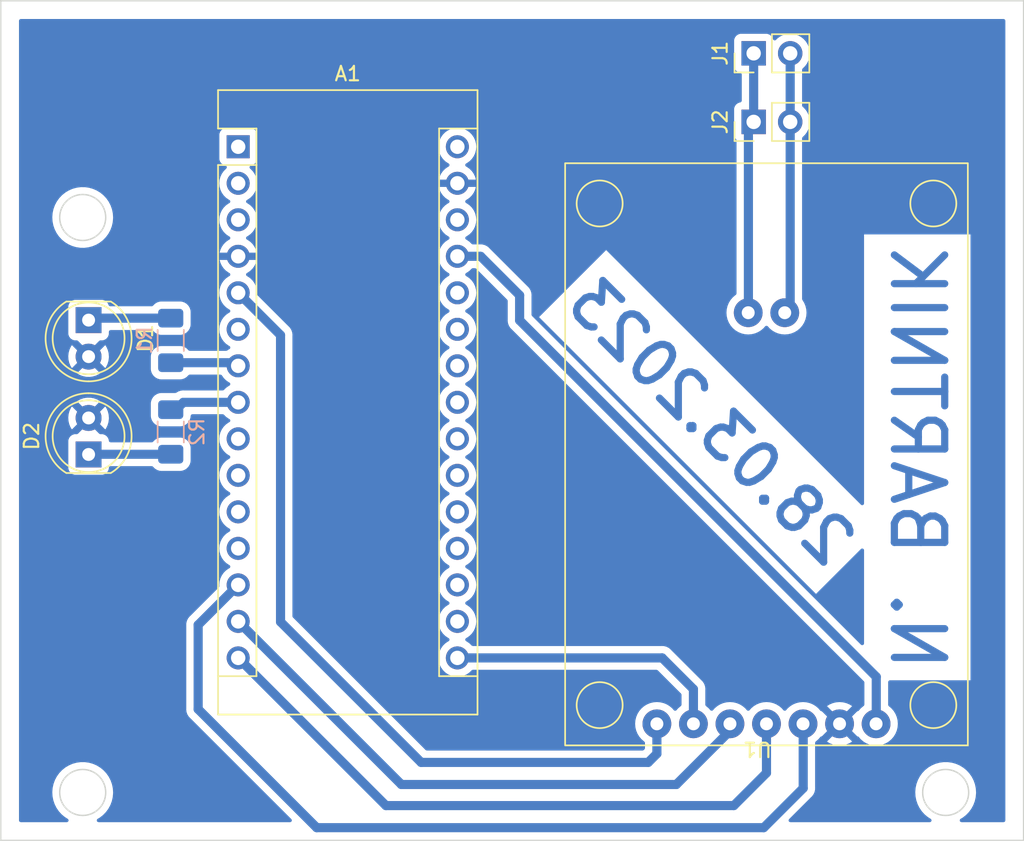
<source format=kicad_pcb>
(kicad_pcb (version 20211014) (generator pcbnew)
  (layers (0 "F.Cu" signal) (31 "B.Cu" signal) (34 "B.Paste" user) (35 "F.Paste" user) (36 "B.SilkS" user "B.Silkscreen") (37 "F.SilkS" user "F.Silkscreen") (38 "B.Mask" user) (39 "F.Mask" user) (44 "Edge.Cuts" user))
  (net 0 "")
  (net 4 "GND")
  (net 5 "INT")
  (net 7 "Net-(A1-Pad7)")
  (net 8 "Net-(A1-Pad8)")
  (net 13 "CS")
  (net 14 "SI")
  (net 15 "SD")
  (net 16 "SCK")
  (net 27 "VCC")
  (net 30 "Net-(D1-Pad1)")
  (net 31 "Net-(D2-Pad1)")
  (net 32 "Net-(J1-Pad1)")
  (net 33 "Net-(J1-Pad2)")
  (footprint "LED_THT:LED_D5.0mm" (layer "F.Cu") (at 120.409436 89.986584 90)
    (fp_text reference "D2" (at 1.27 -3.96 90) (layer "F.SilkS"))
    (fp_text value "LED")
    (fp_line (start -1.29 -1.545) (end -1.29 1.545) (layer "F.SilkS") (width 0.12))
    (fp_arc (start 4.26 -0.000462) (mid 2.072002 2.880433) (end -1.29 1.54483) (layer "F.SilkS") (width 0.12))
    (fp_arc (start -1.29 -1.54483) (mid 2.072002 -2.880433) (end 4.26 0.000462) (layer "F.SilkS") (width 0.12))
    (fp_circle (center 1.27 0) (end 3.77 0) (layer "F.SilkS") (width 0.12) (fill none))
    (pad "1" thru_hole rect (at 0 0 90) (size 1.8 1.8) (drill 0.9) (layers *.Cu *.Mask) (net 31 "Net-(D2-Pad1)"))
    (pad "2" thru_hole circle (at 2.54 0 90) (size 1.8 1.8) (drill 0.9) (layers *.Cu *.Mask) (net 4 "GND"))
  )
  (footprint "Connector_PinHeader_2.54mm:PinHeader_1x02_P2.54mm_Vertical" (layer "F.Cu") (at 166.65 66.85 90)
    (fp_text reference "J2" (at 0 -2.33 90) (layer "F.SilkS"))
    (fp_text value "CAN2")
    (fp_line (start -1.33 3.87) (end 1.33 3.87) (layer "F.SilkS") (width 0.12))
    (fp_line (start -1.33 0) (end -1.33 -1.33) (layer "F.SilkS") (width 0.12))
    (fp_line (start -1.33 1.27) (end 1.33 1.27) (layer "F.SilkS") (width 0.12))
    (fp_line (start 1.33 1.27) (end 1.33 3.87) (layer "F.SilkS") (width 0.12))
    (fp_line (start -1.33 1.27) (end -1.33 3.87) (layer "F.SilkS") (width 0.12))
    (fp_line (start -1.33 -1.33) (end 0 -1.33) (layer "F.SilkS") (width 0.12))
    (pad "1" thru_hole rect (at 0 0 90) (size 1.7 1.7) (drill 1) (layers *.Cu *.Mask) (net 32 "Net-(J1-Pad1)"))
    (pad "2" thru_hole oval (at 0 2.54 90) (size 1.7 1.7) (drill 1) (layers *.Cu *.Mask) (net 33 "Net-(J1-Pad2)"))
  )
  (footprint "Module:Arduino_Nano" (layer "F.Cu") (at 130.81 68.58)
    (fp_text reference "A1" (at 7.62 -5.08) (layer "F.SilkS"))
    (fp_text value "Arduino_Nano_v2.x")
    (fp_line (start 16.64 39.5) (end 16.64 -3.94) (layer "F.SilkS") (width 0.12))
    (fp_line (start 1.27 1.27) (end 1.27 36.83) (layer "F.SilkS") (width 0.12))
    (fp_line (start 1.27 36.83) (end -1.4 36.83) (layer "F.SilkS") (width 0.12))
    (fp_line (start 16.64 -3.94) (end -1.4 -3.94) (layer "F.SilkS") (width 0.12))
    (fp_line (start 13.97 -1.27) (end 13.97 36.83) (layer "F.SilkS") (width 0.12))
    (fp_line (start -1.4 -3.94) (end -1.4 -1.27) (layer "F.SilkS") (width 0.12))
    (fp_line (start 1.27 1.27) (end -1.4 1.27) (layer "F.SilkS") (width 0.12))
    (fp_line (start -1.4 39.5) (end 16.64 39.5) (layer "F.SilkS") (width 0.12))
    (fp_line (start 13.97 -1.27) (end 16.64 -1.27) (layer "F.SilkS") (width 0.12))
    (fp_line (start 13.97 36.83) (end 16.64 36.83) (layer "F.SilkS") (width 0.12))
    (fp_line (start 1.27 -1.27) (end -1.4 -1.27) (layer "F.SilkS") (width 0.12))
    (fp_line (start 1.27 1.27) (end 1.27 -1.27) (layer "F.SilkS") (width 0.12))
    (fp_line (start -1.4 1.27) (end -1.4 39.5) (layer "F.SilkS") (width 0.12))
    (pad "1" thru_hole rect (at 0 0) (size 1.6 1.6) (drill 1) (layers *.Cu *.Mask))
    (pad "2" thru_hole oval (at 0 2.54) (size 1.6 1.6) (drill 1) (layers *.Cu *.Mask))
    (pad "3" thru_hole oval (at 0 5.08) (size 1.6 1.6) (drill 1) (layers *.Cu *.Mask))
    (pad "4" thru_hole oval (at 0 7.62) (size 1.6 1.6) (drill 1) (layers *.Cu *.Mask) (net 4 "GND"))
    (pad "5" thru_hole oval (at 0 10.16) (size 1.6 1.6) (drill 1) (layers *.Cu *.Mask) (net 5 "INT"))
    (pad "6" thru_hole oval (at 0 12.7) (size 1.6 1.6) (drill 1) (layers *.Cu *.Mask))
    (pad "7" thru_hole oval (at 0 15.24) (size 1.6 1.6) (drill 1) (layers *.Cu *.Mask) (net 7 "Net-(A1-Pad7)"))
    (pad "8" thru_hole oval (at 0 17.78) (size 1.6 1.6) (drill 1) (layers *.Cu *.Mask) (net 8 "Net-(A1-Pad8)"))
    (pad "9" thru_hole oval (at 0 20.32) (size 1.6 1.6) (drill 1) (layers *.Cu *.Mask))
    (pad "10" thru_hole oval (at 0 22.86) (size 1.6 1.6) (drill 1) (layers *.Cu *.Mask))
    (pad "11" thru_hole oval (at 0 25.4) (size 1.6 1.6) (drill 1) (layers *.Cu *.Mask))
    (pad "12" thru_hole oval (at 0 27.94) (size 1.6 1.6) (drill 1) (layers *.Cu *.Mask))
    (pad "13" thru_hole oval (at 0 30.48) (size 1.6 1.6) (drill 1) (layers *.Cu *.Mask) (net 13 "CS"))
    (pad "14" thru_hole oval (at 0 33.02) (size 1.6 1.6) (drill 1) (layers *.Cu *.Mask) (net 14 "SI"))
    (pad "15" thru_hole oval (at 0 35.56) (size 1.6 1.6) (drill 1) (layers *.Cu *.Mask) (net 15 "SD"))
    (pad "16" thru_hole oval (at 15.24 35.56) (size 1.6 1.6) (drill 1) (layers *.Cu *.Mask) (net 16 "SCK"))
    (pad "17" thru_hole oval (at 15.24 33.02) (size 1.6 1.6) (drill 1) (layers *.Cu *.Mask))
    (pad "18" thru_hole oval (at 15.24 30.48) (size 1.6 1.6) (drill 1) (layers *.Cu *.Mask))
    (pad "19" thru_hole oval (at 15.24 27.94) (size 1.6 1.6) (drill 1) (layers *.Cu *.Mask))
    (pad "20" thru_hole oval (at 15.24 25.4) (size 1.6 1.6) (drill 1) (layers *.Cu *.Mask))
    (pad "21" thru_hole oval (at 15.24 22.86) (size 1.6 1.6) (drill 1) (layers *.Cu *.Mask))
    (pad "22" thru_hole oval (at 15.24 20.32) (size 1.6 1.6) (drill 1) (layers *.Cu *.Mask))
    (pad "23" thru_hole oval (at 15.24 17.78) (size 1.6 1.6) (drill 1) (layers *.Cu *.Mask))
    (pad "24" thru_hole oval (at 15.24 15.24) (size 1.6 1.6) (drill 1) (layers *.Cu *.Mask))
    (pad "25" thru_hole oval (at 15.24 12.7) (size 1.6 1.6) (drill 1) (layers *.Cu *.Mask))
    (pad "26" thru_hole oval (at 15.24 10.16) (size 1.6 1.6) (drill 1) (layers *.Cu *.Mask))
    (pad "27" thru_hole oval (at 15.24 7.62) (size 1.6 1.6) (drill 1) (layers *.Cu *.Mask) (net 27 "VCC"))
    (pad "28" thru_hole oval (at 15.24 5.08) (size 1.6 1.6) (drill 1) (layers *.Cu *.Mask))
    (pad "29" thru_hole oval (at 15.24 2.54) (size 1.6 1.6) (drill 1) (layers *.Cu *.Mask) (net 4 "GND"))
    (pad "30" thru_hole oval (at 15.24 0) (size 1.6 1.6) (drill 1) (layers *.Cu *.Mask))
  )
  (footprint "LED_THT:LED_D5.0mm" (layer "F.Cu") (at 120.409436 80.639716 -90)
    (fp_text reference "D1" (at 1.27 -3.96 90) (layer "F.SilkS"))
    (fp_text value "LED")
    (fp_line (start -1.29 -1.545) (end -1.29 1.545) (layer "F.SilkS") (width 0.12))
    (fp_arc (start 4.26 -0.000462) (mid 2.072002 2.880433) (end -1.29 1.54483) (layer "F.SilkS") (width 0.12))
    (fp_arc (start -1.29 -1.54483) (mid 2.072002 -2.880433) (end 4.26 0.000462) (layer "F.SilkS") (width 0.12))
    (fp_circle (center 1.27 0) (end 3.77 0) (layer "F.SilkS") (width 0.12) (fill none))
    (pad "1" thru_hole rect (at 0 0 270) (size 1.8 1.8) (drill 0.9) (layers *.Cu *.Mask) (net 30 "Net-(D1-Pad1)"))
    (pad "2" thru_hole circle (at 2.54 0 270) (size 1.8 1.8) (drill 0.9) (layers *.Cu *.Mask) (net 4 "GND"))
  )
  (footprint "Connector_PinHeader_2.54mm:PinHeader_1x02_P2.54mm_Vertical" (layer "F.Cu") (at 166.65 62.08 90)
    (fp_text reference "J1" (at 0 -2.33 90) (layer "F.SilkS"))
    (fp_text value "CAN1")
    (fp_line (start 1.33 1.27) (end 1.33 3.87) (layer "F.SilkS") (width 0.12))
    (fp_line (start -1.33 1.27) (end 1.33 1.27) (layer "F.SilkS") (width 0.12))
    (fp_line (start -1.33 3.87) (end 1.33 3.87) (layer "F.SilkS") (width 0.12))
    (fp_line (start -1.33 -1.33) (end 0 -1.33) (layer "F.SilkS") (width 0.12))
    (fp_line (start -1.33 1.27) (end -1.33 3.87) (layer "F.SilkS") (width 0.12))
    (fp_line (start -1.33 0) (end -1.33 -1.33) (layer "F.SilkS") (width 0.12))
    (pad "1" thru_hole rect (at 0 0 90) (size 1.7 1.7) (drill 1) (layers *.Cu *.Mask) (net 32 "Net-(J1-Pad1)"))
    (pad "2" thru_hole oval (at 0 2.54 90) (size 1.7 1.7) (drill 1) (layers *.Cu *.Mask) (net 33 "Net-(J1-Pad2)"))
  )
  (footprint "Bartnik:MCP2515_board" (layer "F.Cu") (at 167.541976 108.725331 180)
    (fp_text reference "U1" (at 0.635 -1.77 180 unlocked) (layer "F.SilkS"))
    (fp_text value "MCP2515_board")
    (fp_rect (start -14 -1.5) (end 14 39) (layer "F.SilkS") (width 0.12) (fill none))
    (fp_circle (center 11.6 1.3) (end 13.2 1.3) (layer "F.SilkS") (width 0.12) (fill none))
    (fp_circle (center -11.6 1.3) (end -10 1.3) (layer "F.SilkS") (width 0.12) (fill none))
    (fp_circle (center 11.6 36.2) (end 13.2 36.2) (layer "F.SilkS") (width 0.12) (fill none))
    (fp_circle (center -11.6 36.2) (end -10 36.2) (layer "F.SilkS") (width 0.12) (fill none))
    (pad "1" thru_hole circle (at -7.62 0 180) (size 2 2) (drill 0.9) (layers *.Cu *.Mask) (net 27 "VCC"))
    (pad "2" thru_hole circle (at -5.08 0 180) (size 2 2) (drill 0.9) (layers *.Cu *.Mask) (net 4 "GND"))
    (pad "3" thru_hole circle (at -2.54 0 180) (size 2 2) (drill 0.9) (layers *.Cu *.Mask) (net 13 "CS"))
    (pad "4" thru_hole circle (at 0 0 180) (size 2 2) (drill 0.9) (layers *.Cu *.Mask) (net 15 "SD"))
    (pad "5" thru_hole circle (at 2.54 0 180) (size 2 2) (drill 0.9) (layers *.Cu *.Mask) (net 14 "SI"))
    (pad "6" thru_hole circle (at 5.08 0 180) (size 2 2) (drill 0.9) (layers *.Cu *.Mask) (net 16 "SCK"))
    (pad "7" thru_hole circle (at 7.62 0 180) (size 2 2) (drill 0.9) (layers *.Cu *.Mask) (net 5 "INT"))
    (pad "8" thru_hole circle (at -1.27 28.6 180) (size 2 2) (drill 0.9) (layers *.Cu *.Mask) (net 33 "Net-(J1-Pad2)"))
    (pad "9" thru_hole circle (at 1.27 28.6 180) (size 2 2) (drill 0.9) (layers *.Cu *.Mask) (net 32 "Net-(J1-Pad1)"))
  )
  (footprint "Resistor_SMD:R_1206_3216Metric_Pad1.30x1.75mm_HandSolder" (layer "B.Cu") (at 126.120341 82.054036 -90)
    (fp_text reference "R1" (at 0 1.82 90) (layer "B.SilkS") (effects (justify mirror)))
    (fp_text value "R")
    (fp_line (start -0.727064 0.91) (end 0.727064 0.91) (layer "B.SilkS") (width 0.12))
    (fp_line (start -0.727064 -0.91) (end 0.727064 -0.91) (layer "B.SilkS") (width 0.12))
    (pad "1" smd roundrect (at -1.55 0 270) (size 1.3 1.75) (layers "B.Cu" "B.Paste" "B.Mask") (roundrect_rratio 0.192308) (net 30 "Net-(D1-Pad1)"))
    (pad "2" smd roundrect (at 1.55 0 270) (size 1.3 1.75) (layers "B.Cu" "B.Paste" "B.Mask") (roundrect_rratio 0.192308) (net 7 "Net-(A1-Pad7)"))
  )
  (footprint "Resistor_SMD:R_1206_3216Metric_Pad1.30x1.75mm_HandSolder" (layer "B.Cu") (at 126.120341 88.421658 90)
    (fp_text reference "R2" (at 0 1.82 90) (layer "B.SilkS") (effects (justify mirror)))
    (fp_text value "R")
    (fp_line (start -0.727064 0.91) (end 0.727064 0.91) (layer "B.SilkS") (width 0.12))
    (fp_line (start -0.727064 -0.91) (end 0.727064 -0.91) (layer "B.SilkS") (width 0.12))
    (pad "1" smd roundrect (at -1.55 0 90) (size 1.3 1.75) (layers "B.Cu" "B.Paste" "B.Mask") (roundrect_rratio 0.192308) (net 31 "Net-(D2-Pad1)"))
    (pad "2" smd roundrect (at 1.55 0 90) (size 1.3 1.75) (layers "B.Cu" "B.Paste" "B.Mask") (roundrect_rratio 0.192308) (net 8 "Net-(A1-Pad8)"))
  )
  (gr_circle (center 180 113.5) (end 181.6 113.5) (layer "Edge.Cuts") (width 0.1) (fill none))
  (gr_circle (center 120 73.5) (end 121.6 73.5) (layer "Edge.Cuts") (width 0.1) (fill none))
  (gr_rect (start 114.3 58.42) (end 185.42 116.84) (layer "Edge.Cuts") (width 0.1) (fill none))
  (gr_circle (center 120 113.5) (end 121.6 113.5) (layer "Edge.Cuts") (width 0.1) (fill none))
  (gr_text "28.03.2023" (at 163.689647 87.7273 -45) (layer "B.Cu") (effects (font (size 3 3) (thickness 0.5)) (justify mirror)))
  (gr_text "N. BARTNIK" (at 178.026758 90.187747 270) (layer "B.Cu") (effects (font (size 3.5 3.5) (thickness 0.5)) (justify mirror)))
  (segment (start 159.31794 111.410511) (end 159.921976 110.806475) (width 0.635) (layer "B.Cu") (net 5))
  (segment (start 133.755096 101.632374) (end 143.533233 111.410511) (width 0.635) (layer "B.Cu") (net 5))
  (segment (start 133.755096 81.685096) (end 133.755096 101.632374) (width 0.635) (layer "B.Cu") (net 5))
  (segment (start 130.81 78.74) (end 133.755096 81.685096) (width 0.635) (layer "B.Cu") (net 5))
  (segment (start 159.921976 110.806475) (end 159.921976 108.725331) (width 0.635) (layer "B.Cu") (net 5))
  (segment (start 143.533233 111.410511) (end 159.31794 111.410511) (width 0.635) (layer "B.Cu") (net 5))
  (segment (start 130.594036 83.604036) (end 130.81 83.82) (width 0.635) (layer "F.Cu") (net 7))
  (segment (start 130.594036 83.604036) (end 130.81 83.82) (width 0.635) (layer "B.Cu") (net 7))
  (segment (start 126.120341 83.604036) (end 130.594036 83.604036) (width 0.635) (layer "B.Cu") (net 7))
  (segment (start 126.488342 86.871658) (end 127 86.36) (width 0.635) (layer "B.Cu") (net 8))
  (segment (start 126.120341 86.871658) (end 126.488342 86.871658) (width 0.635) (layer "B.Cu") (net 8))
  (segment (start 127 86.36) (end 130.81 86.36) (width 0.635) (layer "B.Cu") (net 8))
  (segment (start 128.027901 101.842099) (end 128.027901 107.708787) (width 0.635) (layer "B.Cu") (net 13))
  (segment (start 130.81 99.06) (end 128.027901 101.842099) (width 0.635) (layer "B.Cu") (net 13))
  (segment (start 170.095 108.738355) (end 170.081976 108.725331) (width 0.635) (layer "B.Cu") (net 13))
  (segment (start 128.027901 107.708787) (end 136.269474 115.95036) (width 0.635) (layer "B.Cu") (net 13))
  (segment (start 136.269474 115.95036) (end 167.349982 115.95036) (width 0.635) (layer "B.Cu") (net 13))
  (segment (start 167.349982 115.95036) (end 170.095 113.205342) (width 0.635) (layer "B.Cu") (net 13))
  (segment (start 170.095 113.205342) (end 170.095 108.738355) (width 0.635) (layer "B.Cu") (net 13))
  (segment (start 130.81 101.6) (end 142.157075 112.947075) (width 0.635) (layer "B.Cu") (net 14))
  (segment (start 165.001976 109.218024) (end 165.001976 108.725331) (width 0.635) (layer "B.Cu") (net 14))
  (segment (start 161.272925 112.947075) (end 165.001976 109.218024) (width 0.635) (layer "B.Cu") (net 14))
  (segment (start 142.157075 112.947075) (end 161.272925 112.947075) (width 0.635) (layer "B.Cu") (net 14))
  (segment (start 165.270802 114.413796) (end 167.541976 112.142622) (width 0.635) (layer "B.Cu") (net 15))
  (segment (start 167.541976 112.142622) (end 167.541976 108.725331) (width 0.635) (layer "B.Cu") (net 15))
  (segment (start 130.81 104.14) (end 141.083796 114.413796) (width 0.635) (layer "B.Cu") (net 15))
  (segment (start 141.083796 114.413796) (end 165.270802 114.413796) (width 0.635) (layer "B.Cu") (net 15))
  (segment (start 160.289002 104.14) (end 162.461976 106.312974) (width 0.635) (layer "B.Cu") (net 16))
  (segment (start 162.461976 106.312974) (end 162.461976 108.725331) (width 0.635) (layer "B.Cu") (net 16))
  (segment (start 146.05 104.14) (end 160.289002 104.14) (width 0.635) (layer "B.Cu") (net 16))
  (segment (start 147.665826 76.2) (end 146.05 76.2) (width 0.635) (layer "B.Cu") (net 27))
  (segment (start 150.377929 78.912103) (end 147.665826 76.2) (width 0.635) (layer "B.Cu") (net 27))
  (segment (start 175.175012 105.455263) (end 150.377931 80.658208) (width 0.635) (layer "B.Cu") (net 27))
  (segment (start 175.175 108.712307) (end 175.175 105.45527) (width 0.635) (layer "B.Cu") (net 27))
  (segment (start 175.161976 108.725331) (end 175.175 108.712307) (width 0.635) (layer "B.Cu") (net 27))
  (segment (start 150.377929 80.658199) (end 150.377929 78.912103) (width 0.635) (layer "B.Cu") (net 27))
  (segment (start 126.120341 80.504036) (end 120.545116 80.504036) (width 0.635) (layer "B.Cu") (net 30))
  (segment (start 120.545116 80.504036) (end 120.409436 80.639716) (width 0.635) (layer "B.Cu") (net 30))
  (segment (start 126.120341 89.971658) (end 120.424362 89.971658) (width 0.635) (layer "B.Cu") (net 31))
  (segment (start 120.424362 89.971658) (end 120.409436 89.986584) (width 0.635) (layer "B.Cu") (net 31))
  (segment (start 166.285 67.215) (end 166.65 66.85) (width 0.635) (layer "F.Cu") (net 32))
  (segment (start 166.271976 80.125331) (end 166.285 80.112307) (width 0.635) (layer "B.Cu") (net 32))
  (segment (start 166.65 62.08) (end 166.65 66.85) (width 0.635) (layer "B.Cu") (net 32))
  (segment (start 166.285 80.112307) (end 166.285 67.215) (width 0.635) (layer "B.Cu") (net 32))
  (segment (start 169.19 62.08) (end 169.19 66.85) (width 0.635) (layer "B.Cu") (net 33))
  (segment (start 169.19 66.85) (end 169.19 79.747307) (width 0.635) (layer "B.Cu") (net 33))
  (segment (start 169.19 79.747307) (end 168.811976 80.125331) (width 0.635) (layer "B.Cu") (net 33))
  (zone (net 4) (net_name "GND") (layer "B.Cu") (connect_pads (clearance 0.508)) (min_thickness 0.254) (fill yes (thermal_gap 0.508) (thermal_bridge_width 0.508))
    (polygon (pts (xy 184.15 115.57) (xy 115.57 115.57) (xy 115.57 59.69) (xy 184.15 59.69)))
  )
)
</source>
